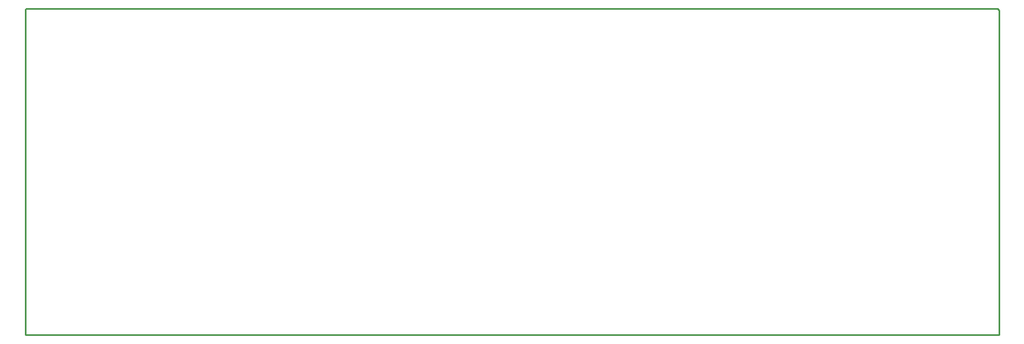
<source format=gko>
G04*
G04 #@! TF.GenerationSoftware,Altium Limited,Altium Designer,24.0.1 (36)*
G04*
G04 Layer_Color=16711935*
%FSLAX44Y44*%
%MOMM*%
G71*
G04*
G04 #@! TF.SameCoordinates,01A87E56-E8FB-47F9-89C4-8A0F53075384*
G04*
G04*
G04 #@! TF.FilePolarity,Positive*
G04*
G01*
G75*
%ADD12C,0.2540*%
D12*
X0Y0D02*
X1524000D01*
Y508000D01*
X1521460Y510540D02*
X1524000Y508000D01*
X1270Y510540D02*
X1521460D01*
X0Y509270D02*
X1270Y510540D01*
X0Y0D02*
Y509270D01*
M02*

</source>
